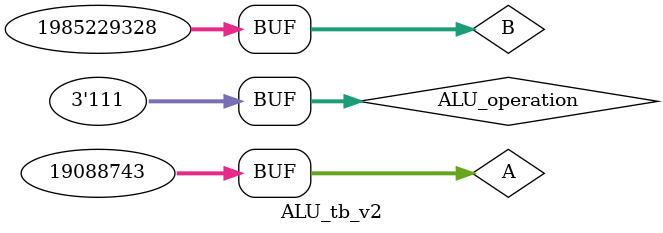
<source format=v>
`timescale 1ns / 1ps

module ALU_tb_v2;
   reg [31:0] A, B;
   reg [2:0] ALU_operation;
   wire [31:0] res;
   wire zero;
   ALU_v2 ALU_u (
      .A(A),
      .B(B),
      .ALU_operation(ALU_operation),
      .res(res),
      .zero(zero)
   );
   initial begin
      A = 32'hA5A5A5A5;
      B = 32'h5A5A5A5A;
      ALU_operation = 3'b111;
      #100;
      ALU_operation = 3'b110;
      #100;
      ALU_operation = 3'b101;
      #100;
      ALU_operation = 3'b100;
      #100;
      ALU_operation = 3'b011;
      #100;
      ALU_operation = 3'b010;
      #100;
      ALU_operation = 3'b001;
      #100;
      ALU_operation = 3'b000;
      #100;
      A = 32'h01234567;
      B = 32'h76543210;
      ALU_operation = 3'b111;
   end
endmodule

</source>
